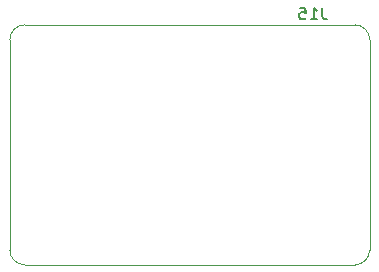
<source format=gbr>
%TF.GenerationSoftware,KiCad,Pcbnew,(5.1.10)-1*%
%TF.CreationDate,2021-08-21T13:40:32+02:00*%
%TF.ProjectId,CarteRobot-Teensy,43617274-6552-46f6-926f-742d5465656e,rev?*%
%TF.SameCoordinates,Original*%
%TF.FileFunction,Legend,Bot*%
%TF.FilePolarity,Positive*%
%FSLAX46Y46*%
G04 Gerber Fmt 4.6, Leading zero omitted, Abs format (unit mm)*
G04 Created by KiCad (PCBNEW (5.1.10)-1) date 2021-08-21 13:40:32*
%MOMM*%
%LPD*%
G01*
G04 APERTURE LIST*
%ADD10C,0.120000*%
%ADD11C,0.150000*%
G04 APERTURE END LIST*
D10*
%TO.C,J15*%
X58166000Y-87833200D02*
X58166000Y-70053200D01*
X87376000Y-89103200D02*
X59436000Y-89103200D01*
X88646000Y-70053200D02*
X88646000Y-87833200D01*
X59436000Y-68783200D02*
X87376000Y-68783200D01*
X88646000Y-70053200D02*
G75*
G03*
X87376000Y-68783200I-1270000J0D01*
G01*
X87376000Y-89103200D02*
G75*
G03*
X88646000Y-87833200I0J1270000D01*
G01*
X58166000Y-87833200D02*
G75*
G03*
X59436000Y-89103200I1270000J0D01*
G01*
X59436000Y-68783200D02*
G75*
G03*
X58166000Y-70053200I0J-1270000D01*
G01*
D11*
X84629523Y-67321180D02*
X84629523Y-68035466D01*
X84677142Y-68178323D01*
X84772380Y-68273561D01*
X84915238Y-68321180D01*
X85010476Y-68321180D01*
X83629523Y-68321180D02*
X84200952Y-68321180D01*
X83915238Y-68321180D02*
X83915238Y-67321180D01*
X84010476Y-67464038D01*
X84105714Y-67559276D01*
X84200952Y-67606895D01*
X82724761Y-67321180D02*
X83200952Y-67321180D01*
X83248571Y-67797371D01*
X83200952Y-67749752D01*
X83105714Y-67702133D01*
X82867619Y-67702133D01*
X82772380Y-67749752D01*
X82724761Y-67797371D01*
X82677142Y-67892609D01*
X82677142Y-68130704D01*
X82724761Y-68225942D01*
X82772380Y-68273561D01*
X82867619Y-68321180D01*
X83105714Y-68321180D01*
X83200952Y-68273561D01*
X83248571Y-68225942D01*
%TD*%
M02*

</source>
